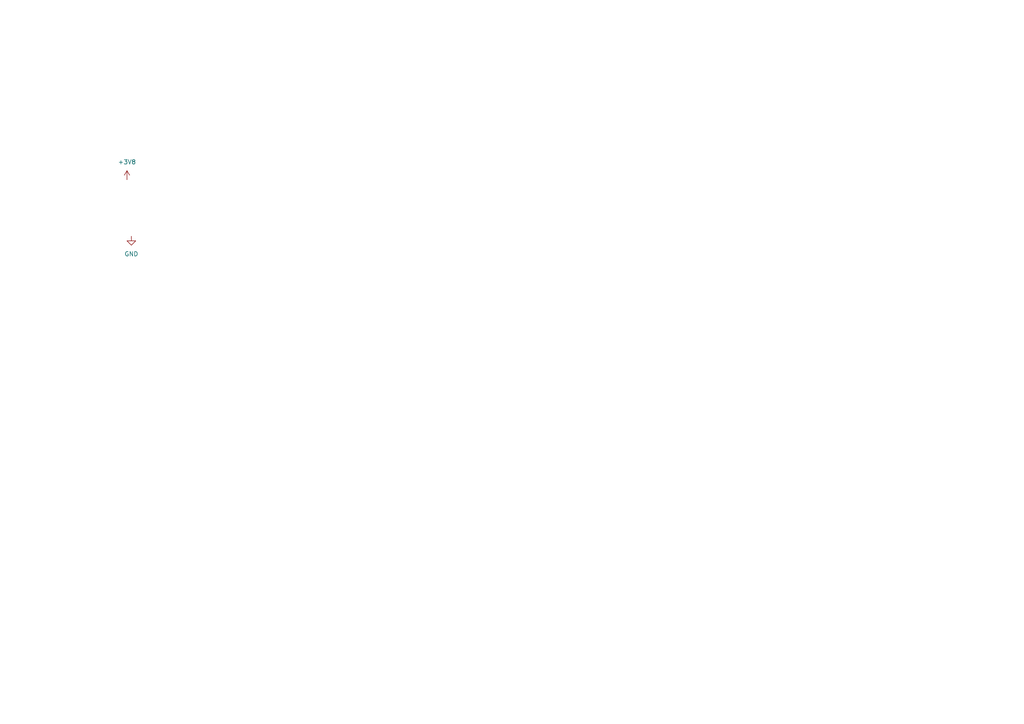
<source format=kicad_sch>
(kicad_sch (version 20231120) (generator "eeschema") (generator_version "8.0")
  (paper "A4")
  (lib_symbols
    (symbol "power:+3V8" (power) (pin_numbers hide) (pin_names (offset 0) hide)
      (property "Value" "+3V8" (at 0 3.556 0))
      (symbol "+3V8_0_1"
        (polyline (pts (xy -0.762 1.27) (xy 0 2.54)))
        (polyline (pts (xy 0 0) (xy 0 2.54)))
        (polyline (pts (xy 0 2.54) (xy 0.762 1.27)))
      )
      (symbol "+3V8_1_1"
        (pin power_in line (at 0 0 90) (length 0) (name "~") (number "1"))
      )
    )
    (symbol "power:GND" (power) (pin_numbers hide) (pin_names (offset 0) hide)
      (property "Value" "GND" (at 0 -3.81 0))
      (symbol "GND_0_1"
        (polyline (pts (xy 0 0) (xy 0 -1.27) (xy 1.27 -1.27) (xy 0 -2.54) (xy -1.27 -1.27) (xy 0 -1.27)))
      )
      (symbol "GND_1_1"
        (pin power_in line (at 0 0 270) (length 0) (name "~") (number "1"))
      )
    )
  )
  (symbol (lib_id "power:+3V8") (at 36.83 52.07 0) (unit 1)
    (property "Reference" "#PWR01" (effects (hide yes)))
    (property "Value" "+3V8" (at 36.83 46.99 0))
    (property "Description" "Power symbol creates a global label with name \"+3V8\"" (effects (hide yes)))
  )
  (symbol (lib_id "power:GND") (at 38.1 68.58 0) (unit 1)
    (property "Reference" "#PWR02" (effects (hide yes)))
    (property "Value" "GND" (at 38.1 73.66 0))
    (property "Description" "Power symbol creates a global label with name \"GND\" , ground" (effects (hide yes)))
  )
)
</source>
